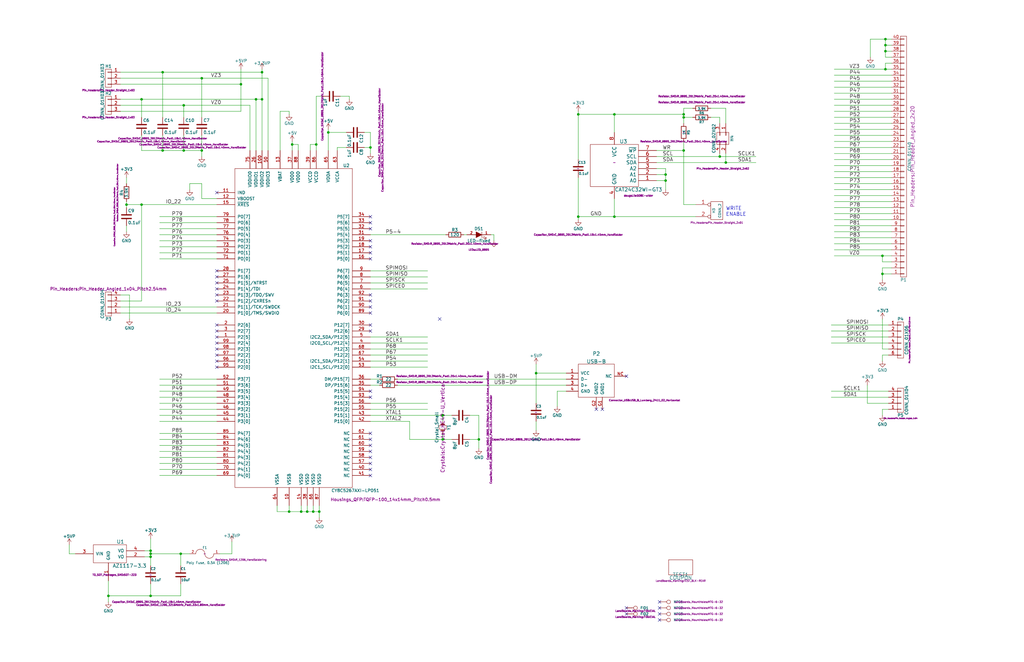
<source format=kicad_sch>
(kicad_sch (version 20211123) (generator eeschema)
  (paper "B")
  (title_block (title "ODAS-PSOC5 Card") (date "2022-09-04") (rev "5"))
  (junction (at 372.11 115.57))
  (junction (at 77.47 44.45))
  (junction (at 226.06 157.48))
  (junction (at 243.84 91.44))
  (junction (at 121.92 215.9))
  (junction (at 68.58 63.5))
  (junction (at 85.09 63.5))
  (junction (at 373.38 16.51))
  (junction (at 110.49 30.48))
  (junction (at 132.08 215.9))
  (junction (at 101.6 35.56))
  (junction (at 134.62 215.9))
  (junction (at 63.5 232.41))
  (junction (at 59.69 41.91))
  (junction (at 77.47 63.5))
  (junction (at 133.35 60.96))
  (junction (at 243.84 48.26))
  (junction (at 138.43 55.88))
  (junction (at 63.5 233.68))
  (junction (at 53.34 86.36))
  (junction (at 288.29 49.53))
  (junction (at 186.69 175.26))
  (junction (at 303.53 66.04))
  (junction (at 85.09 33.02))
  (junction (at 259.08 48.26))
  (junction (at 45.72 251.46))
  (junction (at 373.38 29.21))
  (junction (at 201.93 185.42))
  (junction (at 107.95 41.91))
  (junction (at 110.49 41.91))
  (junction (at 156.21 62.23))
  (junction (at 372.11 107.95))
  (junction (at 259.08 91.44))
  (junction (at 127 215.9))
  (junction (at 288.29 63.5))
  (junction (at 68.58 30.48))
  (junction (at 373.38 21.59))
  (junction (at 306.07 68.58))
  (junction (at 76.2 233.68))
  (junction (at 63.5 234.95))
  (junction (at 186.69 185.42))
  (junction (at 373.38 19.05))
  (junction (at 280.67 76.2))
  (junction (at 63.5 251.46))
  (junction (at 59.69 86.36))
  (junction (at 129.54 215.9))
  (junction (at 288.29 48.26))
  (junction (at 123.19 60.96))
  (junction (at 280.67 73.66))
  (no_connect (at 156.21 96.52))
  (no_connect (at 278.13 259.08))
  (no_connect (at 91.44 139.7))
  (no_connect (at 91.44 142.24))
  (no_connect (at 156.21 195.58))
  (no_connect (at 91.44 147.32))
  (no_connect (at 156.21 127))
  (no_connect (at 278.13 256.54))
  (no_connect (at 156.21 165.1))
  (no_connect (at 264.16 256.54))
  (no_connect (at 156.21 104.14))
  (no_connect (at 91.44 114.3))
  (no_connect (at 156.21 132.08))
  (no_connect (at 156.21 200.66))
  (no_connect (at 156.21 93.98))
  (no_connect (at 156.21 182.88))
  (no_connect (at 91.44 152.4))
  (no_connect (at 156.21 167.64))
  (no_connect (at 156.21 187.96))
  (no_connect (at 91.44 116.84))
  (no_connect (at 156.21 137.16))
  (no_connect (at 156.21 124.46))
  (no_connect (at 156.21 198.12))
  (no_connect (at 156.21 139.7))
  (no_connect (at 91.44 154.94))
  (no_connect (at 91.44 127))
  (no_connect (at 278.13 261.62))
  (no_connect (at 156.21 101.6))
  (no_connect (at 91.44 149.86))
  (no_connect (at 91.44 124.46))
  (no_connect (at 264.16 259.08))
  (no_connect (at 278.13 254))
  (no_connect (at 156.21 190.5))
  (no_connect (at 91.44 121.92))
  (no_connect (at 156.21 106.68))
  (no_connect (at 156.21 185.42))
  (no_connect (at 156.21 91.44))
  (no_connect (at 91.44 81.28))
  (no_connect (at 91.44 137.16))
  (no_connect (at 185.42 134.62))
  (no_connect (at 264.16 158.75))
  (no_connect (at 251.46 172.72))
  (no_connect (at 254 172.72))
  (no_connect (at 156.21 109.22))
  (no_connect (at 91.44 119.38))
  (no_connect (at 156.21 129.54))
  (no_connect (at 91.44 144.78))
  (no_connect (at 156.21 193.04))
  (wire (pts (xy 67.31 175.26) (xy 91.44 175.26)))
  (wire (pts (xy 110.49 29.21) (xy 110.49 30.48)))
  (wire (pts (xy 372.11 147.32) (xy 372.11 134.62)))
  (wire (pts (xy 121.92 213.36) (xy 121.92 215.9)))
  (wire (pts (xy 67.31 167.64) (xy 91.44 167.64)))
  (wire (pts (xy 292.1 49.53) (xy 288.29 49.53)))
  (wire (pts (xy 118.11 63.5) (xy 118.11 46.99)))
  (wire (pts (xy 110.49 41.91) (xy 110.49 63.5)))
  (wire (pts (xy 180.34 116.84) (xy 156.21 116.84)))
  (wire (pts (xy 76.2 233.68) (xy 80.01 233.68)))
  (wire (pts (xy 373.38 29.21) (xy 375.92 29.21)))
  (wire (pts (xy 372.11 107.95) (xy 375.92 107.95)))
  (wire (pts (xy 67.31 187.96) (xy 91.44 187.96)))
  (wire (pts (xy 351.79 57.15) (xy 375.92 57.15)))
  (wire (pts (xy 288.29 59.69) (xy 288.29 63.5)))
  (wire (pts (xy 67.31 193.04) (xy 91.44 193.04)))
  (wire (pts (xy 351.79 49.53) (xy 375.92 49.53)))
  (wire (pts (xy 63.5 246.38) (xy 63.5 251.46)))
  (wire (pts (xy 351.79 29.21) (xy 373.38 29.21)))
  (wire (pts (xy 259.08 48.26) (xy 288.29 48.26)))
  (wire (pts (xy 138.43 55.88) (xy 138.43 63.5)))
  (wire (pts (xy 85.09 33.02) (xy 113.03 33.02)))
  (wire (pts (xy 147.32 40.64) (xy 147.32 41.91)))
  (wire (pts (xy 53.34 86.36) (xy 59.69 86.36)))
  (wire (pts (xy 351.79 74.93) (xy 375.92 74.93)))
  (wire (pts (xy 374.65 139.7) (xy 350.52 139.7)))
  (wire (pts (xy 77.47 63.5) (xy 85.09 63.5)))
  (wire (pts (xy 59.69 41.91) (xy 50.8 41.91)))
  (wire (pts (xy 67.31 172.72) (xy 91.44 172.72)))
  (wire (pts (xy 303.53 49.53) (xy 303.53 52.07)))
  (wire (pts (xy 226.06 153.67) (xy 226.06 157.48)))
  (wire (pts (xy 288.29 86.36) (xy 293.37 86.36)))
  (wire (pts (xy 156.21 55.88) (xy 156.21 62.23)))
  (wire (pts (xy 259.08 91.44) (xy 293.37 91.44)))
  (wire (pts (xy 59.69 63.5) (xy 68.58 63.5)))
  (wire (pts (xy 63.5 234.95) (xy 63.5 238.76)))
  (wire (pts (xy 60.96 234.95) (xy 63.5 234.95)))
  (wire (pts (xy 351.79 54.61) (xy 375.92 54.61)))
  (wire (pts (xy 59.69 49.53) (xy 59.69 41.91)))
  (wire (pts (xy 67.31 162.56) (xy 91.44 162.56)))
  (wire (pts (xy 54.61 124.46) (xy 54.61 134.62)))
  (wire (pts (xy 367.03 16.51) (xy 367.03 24.13)))
  (wire (pts (xy 67.31 198.12) (xy 91.44 198.12)))
  (wire (pts (xy 125.73 60.96) (xy 123.19 60.96)))
  (wire (pts (xy 142.24 62.23) (xy 146.05 62.23)))
  (wire (pts (xy 306.07 64.77) (xy 306.07 68.58)))
  (wire (pts (xy 226.06 170.18) (xy 226.06 157.48)))
  (wire (pts (xy 186.69 175.26) (xy 186.69 177.8)))
  (wire (pts (xy 198.12 175.26) (xy 201.93 175.26)))
  (wire (pts (xy 373.38 24.13) (xy 373.38 21.59)))
  (wire (pts (xy 351.79 36.83) (xy 375.92 36.83)))
  (wire (pts (xy 180.34 119.38) (xy 156.21 119.38)))
  (wire (pts (xy 372.11 115.57) (xy 372.11 118.11)))
  (wire (pts (xy 63.5 233.68) (xy 76.2 233.68)))
  (wire (pts (xy 351.79 44.45) (xy 375.92 44.45)))
  (wire (pts (xy 303.53 64.77) (xy 303.53 66.04)))
  (wire (pts (xy 123.19 59.69) (xy 123.19 60.96)))
  (wire (pts (xy 276.86 66.04) (xy 303.53 66.04)))
  (wire (pts (xy 76.2 251.46) (xy 76.2 246.38)))
  (wire (pts (xy 85.09 57.15) (xy 85.09 63.5)))
  (wire (pts (xy 67.31 165.1) (xy 91.44 165.1)))
  (wire (pts (xy 372.11 149.86) (xy 372.11 152.4)))
  (wire (pts (xy 373.38 16.51) (xy 375.92 16.51)))
  (wire (pts (xy 76.2 233.68) (xy 76.2 238.76)))
  (wire (pts (xy 29.21 233.68) (xy 31.75 233.68)))
  (wire (pts (xy 59.69 57.15) (xy 59.69 63.5)))
  (wire (pts (xy 85.09 77.47) (xy 80.01 77.47)))
  (wire (pts (xy 59.69 86.36) (xy 91.44 86.36)))
  (wire (pts (xy 91.44 132.08) (xy 50.8 132.08)))
  (wire (pts (xy 129.54 215.9) (xy 132.08 215.9)))
  (wire (pts (xy 67.31 96.52) (xy 91.44 96.52)))
  (wire (pts (xy 167.64 160.02) (xy 238.76 160.02)))
  (wire (pts (xy 351.79 80.01) (xy 375.92 80.01)))
  (wire (pts (xy 67.31 182.88) (xy 91.44 182.88)))
  (wire (pts (xy 351.79 69.85) (xy 375.92 69.85)))
  (wire (pts (xy 156.21 62.23) (xy 156.21 64.77)))
  (wire (pts (xy 116.84 215.9) (xy 121.92 215.9)))
  (wire (pts (xy 156.21 99.06) (xy 187.96 99.06)))
  (wire (pts (xy 68.58 30.48) (xy 110.49 30.48)))
  (wire (pts (xy 130.81 63.5) (xy 130.81 60.96)))
  (wire (pts (xy 351.79 97.79) (xy 375.92 97.79)))
  (wire (pts (xy 132.08 213.36) (xy 132.08 215.9)))
  (wire (pts (xy 243.84 91.44) (xy 259.08 91.44)))
  (wire (pts (xy 156.21 172.72) (xy 180.34 172.72)))
  (wire (pts (xy 172.72 185.42) (xy 172.72 177.8)))
  (wire (pts (xy 172.72 177.8) (xy 156.21 177.8)))
  (wire (pts (xy 63.5 232.41) (xy 63.5 233.68)))
  (wire (pts (xy 130.81 60.96) (xy 133.35 60.96)))
  (wire (pts (xy 45.72 251.46) (xy 63.5 251.46)))
  (wire (pts (xy 167.64 162.56) (xy 238.76 162.56)))
  (wire (pts (xy 67.31 195.58) (xy 91.44 195.58)))
  (wire (pts (xy 351.79 82.55) (xy 375.92 82.55)))
  (wire (pts (xy 288.29 48.26) (xy 288.29 49.53)))
  (wire (pts (xy 351.79 72.39) (xy 375.92 72.39)))
  (wire (pts (xy 156.21 142.24) (xy 180.34 142.24)))
  (wire (pts (xy 351.79 52.07) (xy 375.92 52.07)))
  (wire (pts (xy 351.79 34.29) (xy 375.92 34.29)))
  (wire (pts (xy 113.03 33.02) (xy 113.03 63.5)))
  (wire (pts (xy 351.79 87.63) (xy 375.92 87.63)))
  (wire (pts (xy 67.31 104.14) (xy 91.44 104.14)))
  (wire (pts (xy 201.93 175.26) (xy 201.93 185.42)))
  (wire (pts (xy 288.29 63.5) (xy 288.29 86.36)))
  (wire (pts (xy 372.11 115.57) (xy 375.92 115.57)))
  (wire (pts (xy 110.49 41.91) (xy 107.95 41.91)))
  (wire (pts (xy 50.8 129.54) (xy 91.44 129.54)))
  (wire (pts (xy 133.35 60.96) (xy 133.35 63.5)))
  (wire (pts (xy 132.08 215.9) (xy 134.62 215.9)))
  (wire (pts (xy 63.5 233.68) (xy 63.5 234.95)))
  (wire (pts (xy 45.72 251.46) (xy 45.72 245.11)))
  (wire (pts (xy 374.65 172.72) (xy 372.11 172.72)))
  (wire (pts (xy 68.58 49.53) (xy 68.58 30.48)))
  (wire (pts (xy 156.21 170.18) (xy 180.34 170.18)))
  (wire (pts (xy 138.43 54.61) (xy 138.43 55.88)))
  (wire (pts (xy 101.6 46.99) (xy 50.8 46.99)))
  (wire (pts (xy 351.79 100.33) (xy 375.92 100.33)))
  (wire (pts (xy 375.92 113.03) (xy 372.11 113.03)))
  (wire (pts (xy 351.79 105.41) (xy 375.92 105.41)))
  (wire (pts (xy 351.79 95.25) (xy 375.92 95.25)))
  (wire (pts (xy 67.31 190.5) (xy 91.44 190.5)))
  (wire (pts (xy 142.24 63.5) (xy 142.24 62.23)))
  (wire (pts (xy 350.52 167.64) (xy 374.65 167.64)))
  (wire (pts (xy 243.84 91.44) (xy 243.84 92.71)))
  (wire (pts (xy 156.21 160.02) (xy 160.02 160.02)))
  (wire (pts (xy 121.92 46.99) (xy 121.92 48.26)))
  (wire (pts (xy 67.31 101.6) (xy 91.44 101.6)))
  (wire (pts (xy 80.01 77.47) (xy 80.01 80.01)))
  (wire (pts (xy 226.06 177.8) (xy 226.06 181.61)))
  (wire (pts (xy 351.79 85.09) (xy 375.92 85.09)))
  (wire (pts (xy 276.86 76.2) (xy 280.67 76.2)))
  (wire (pts (xy 186.69 185.42) (xy 190.5 185.42)))
  (wire (pts (xy 238.76 165.1) (xy 234.95 165.1)))
  (wire (pts (xy 107.95 41.91) (xy 59.69 41.91)))
  (wire (pts (xy 156.21 175.26) (xy 186.69 175.26)))
  (wire (pts (xy 234.95 165.1) (xy 234.95 171.45)))
  (wire (pts (xy 350.52 144.78) (xy 374.65 144.78)))
  (wire (pts (xy 133.35 40.64) (xy 133.35 60.96)))
  (wire (pts (xy 351.79 62.23) (xy 375.92 62.23)))
  (wire (pts (xy 29.21 229.87) (xy 29.21 233.68)))
  (wire (pts (xy 85.09 83.82) (xy 91.44 83.82)))
  (wire (pts (xy 77.47 44.45) (xy 105.41 44.45)))
  (wire (pts (xy 67.31 93.98) (xy 91.44 93.98)))
  (wire (pts (xy 123.19 60.96) (xy 123.19 63.5)))
  (wire (pts (xy 50.8 44.45) (xy 77.47 44.45)))
  (wire (pts (xy 280.67 73.66) (xy 280.67 76.2)))
  (wire (pts (xy 375.92 19.05) (xy 373.38 19.05)))
  (wire (pts (xy 259.08 48.26) (xy 259.08 55.88)))
  (wire (pts (xy 351.79 67.31) (xy 375.92 67.31)))
  (wire (pts (xy 67.31 170.18) (xy 91.44 170.18)))
  (wire (pts (xy 153.67 55.88) (xy 156.21 55.88)))
  (wire (pts (xy 374.65 149.86) (xy 372.11 149.86)))
  (wire (pts (xy 125.73 63.5) (xy 125.73 60.96)))
  (wire (pts (xy 172.72 185.42) (xy 186.69 185.42)))
  (wire (pts (xy 374.65 142.24) (xy 350.52 142.24)))
  (wire (pts (xy 365.76 170.18) (xy 365.76 162.56)))
  (wire (pts (xy 243.84 48.26) (xy 259.08 48.26)))
  (wire (pts (xy 373.38 16.51) (xy 373.38 19.05)))
  (wire (pts (xy 50.8 33.02) (xy 85.09 33.02)))
  (wire (pts (xy 63.5 251.46) (xy 76.2 251.46)))
  (wire (pts (xy 299.72 45.72) (xy 306.07 45.72)))
  (wire (pts (xy 351.79 64.77) (xy 375.92 64.77)))
  (wire (pts (xy 156.21 149.86) (xy 180.34 149.86)))
  (wire (pts (xy 53.34 77.47) (xy 53.34 74.93)))
  (wire (pts (xy 207.01 99.06) (xy 208.28 99.06)))
  (wire (pts (xy 186.69 175.26) (xy 190.5 175.26)))
  (wire (pts (xy 156.21 162.56) (xy 160.02 162.56)))
  (wire (pts (xy 143.51 40.64) (xy 147.32 40.64)))
  (wire (pts (xy 118.11 46.99) (xy 121.92 46.99)))
  (wire (pts (xy 77.47 63.5) (xy 77.47 57.15)))
  (wire (pts (xy 351.79 41.91) (xy 375.92 41.91)))
  (wire (pts (xy 53.34 95.25) (xy 53.34 97.79)))
  (wire (pts (xy 276.86 63.5) (xy 288.29 63.5)))
  (wire (pts (xy 85.09 49.53) (xy 85.09 33.02)))
  (wire (pts (xy 351.79 77.47) (xy 375.92 77.47)))
  (wire (pts (xy 375.92 110.49) (xy 372.11 110.49)))
  (wire (pts (xy 134.62 215.9) (xy 134.62 218.44)))
  (wire (pts (xy 201.93 185.42) (xy 201.93 189.23)))
  (wire (pts (xy 67.31 177.8) (xy 91.44 177.8)))
  (wire (pts (xy 243.84 48.26) (xy 243.84 67.31)))
  (wire (pts (xy 350.52 165.1) (xy 374.65 165.1)))
  (wire (pts (xy 306.07 68.58) (xy 318.77 68.58)))
  (wire (pts (xy 146.05 55.88) (xy 138.43 55.88)))
  (wire (pts (xy 351.79 90.17) (xy 375.92 90.17)))
  (wire (pts (xy 226.06 157.48) (xy 238.76 157.48)))
  (wire (pts (xy 372.11 172.72) (xy 372.11 175.26)))
  (wire (pts (xy 351.79 92.71) (xy 375.92 92.71)))
  (wire (pts (xy 306.07 45.72) (xy 306.07 52.07)))
  (wire (pts (xy 367.03 16.51) (xy 373.38 16.51)))
  (wire (pts (xy 351.79 39.37) (xy 375.92 39.37)))
  (wire (pts (xy 153.67 62.23) (xy 156.21 62.23)))
  (wire (pts (xy 133.35 40.64) (xy 135.89 40.64)))
  (wire (pts (xy 127 215.9) (xy 127 213.36)))
  (wire (pts (xy 186.69 182.88) (xy 186.69 185.42)))
  (wire (pts (xy 374.65 147.32) (xy 372.11 147.32)))
  (wire (pts (xy 299.72 49.53) (xy 303.53 49.53)))
  (wire (pts (xy 280.67 76.2) (xy 280.67 80.01)))
  (wire (pts (xy 156.21 144.78) (xy 180.34 144.78)))
  (wire (pts (xy 68.58 63.5) (xy 77.47 63.5)))
  (wire (pts (xy 129.54 213.36) (xy 129.54 215.9)))
  (wire (pts (xy 85.09 63.5) (xy 85.09 66.04)))
  (wire (pts (xy 375.92 24.13) (xy 373.38 24.13)))
  (wire (pts (xy 67.31 99.06) (xy 91.44 99.06)))
  (wire (pts (xy 67.31 200.66) (xy 91.44 200.66)))
  (wire (pts (xy 67.31 91.44) (xy 91.44 91.44)))
  (wire (pts (xy 156.21 114.3) (xy 180.34 114.3)))
  (wire (pts (xy 373.38 21.59) (xy 375.92 21.59)))
  (wire (pts (xy 110.49 30.48) (xy 110.49 41.91)))
  (wire (pts (xy 156.21 121.92) (xy 180.34 121.92)))
  (wire (pts (xy 280.67 71.12) (xy 280.67 73.66)))
  (wire (pts (xy 276.86 68.58) (xy 306.07 68.58)))
  (wire (pts (xy 156.21 154.94) (xy 180.34 154.94)))
  (wire (pts (xy 50.8 35.56) (xy 101.6 35.56)))
  (wire (pts (xy 351.79 59.69) (xy 375.92 59.69)))
  (wire (pts (xy 67.31 109.22) (xy 91.44 109.22)))
  (wire (pts (xy 53.34 85.09) (xy 53.34 86.36)))
  (wire (pts (xy 50.8 30.48) (xy 68.58 30.48)))
  (wire (pts (xy 243.84 46.99) (xy 243.84 48.26)))
  (wire (pts (xy 53.34 86.36) (xy 53.34 87.63)))
  (wire (pts (xy 276.86 73.66) (xy 280.67 73.66)))
  (wire (pts (xy 85.09 83.82) (xy 85.09 77.47)))
  (wire (pts (xy 116.84 215.9) (xy 116.84 213.36)))
  (wire (pts (xy 67.31 160.02) (xy 91.44 160.02)))
  (wire (pts (xy 208.28 99.06) (xy 208.28 101.6)))
  (wire (pts (xy 45.72 251.46) (xy 45.72 254)))
  (wire (pts (xy 156.21 152.4) (xy 180.34 152.4)))
  (wire (pts (xy 350.52 137.16) (xy 374.65 137.16)))
  (wire (pts (xy 351.79 31.75) (xy 375.92 31.75)))
  (wire (pts (xy 374.65 170.18) (xy 365.76 170.18)))
  (wire (pts (xy 372.11 110.49) (xy 372.11 107.95)))
  (wire (pts (xy 259.08 83.82) (xy 259.08 91.44)))
  (wire (pts (xy 127 215.9) (xy 129.54 215.9)))
  (wire (pts (xy 68.58 57.15) (xy 68.58 63.5)))
  (wire (pts (xy 60.96 232.41) (xy 63.5 232.41)))
  (wire (pts (xy 67.31 185.42) (xy 91.44 185.42)))
  (wire (pts (xy 59.69 127) (xy 50.8 127)))
  (wire (pts (xy 134.62 213.36) (xy 134.62 215.9)))
  (wire (pts (xy 63.5 227.33) (xy 63.5 232.41)))
  (wire (pts (xy 373.38 26.67) (xy 373.38 29.21)))
  (wire (pts (xy 372.11 113.03) (xy 372.11 115.57)))
  (wire (pts (xy 351.79 107.95) (xy 372.11 107.95)))
  (wire (pts (xy 288.29 45.72) (xy 288.29 48.26)))
  (wire (pts (xy 243.84 74.93) (xy 243.84 91.44)))
  (wire (pts (xy 97.79 228.6) (xy 97.79 233.68)))
  (wire (pts (xy 50.8 124.46) (xy 54.61 124.46)))
  (wire (pts (xy 101.6 29.21) (xy 101.6 35.56)))
  (wire (pts (xy 373.38 19.05) (xy 373.38 21.59)))
  (wire (pts (xy 107.95 41.91) (xy 107.95 63.5)))
  (wire (pts (xy 156.21 147.32) (xy 180.34 147.32)))
  (wire (pts (xy 195.58 99.06) (xy 196.85 99.06)))
  (wire (pts (xy 105.41 44.45) (xy 105.41 63.5)))
  (wire (pts (xy 121.92 215.9) (xy 127 215.9)))
  (wire (pts (xy 77.47 49.53) (xy 77.47 44.45)))
  (wire (pts (xy 351.79 46.99) (xy 375.92 46.99)))
  (wire (pts (xy 375.92 26.67) (xy 373.38 26.67)))
  (wire (pts (xy 351.79 102.87) (xy 375.92 102.87)))
  (wire (pts (xy 198.12 185.42) (xy 201.93 185.42)))
  (wire (pts (xy 292.1 45.72) (xy 288.29 45.72)))
  (wire (pts (xy 288.29 49.53) (xy 288.29 52.07)))
  (wire (pts (xy 276.86 71.12) (xy 280.67 71.12)))
  (wire (pts (xy 59.69 86.36) (xy 59.69 127)))
  (wire (pts (xy 303.53 66.04) (xy 318.77 66.04)))
  (wire (pts (xy 101.6 35.56) (xy 101.6 46.99)))
  (wire (pts (xy 67.31 106.68) (xy 91.44 106.68)))
  (wire (pts (xy 92.71 233.68) (xy 97.79 233.68)))
  (text "WRITE\nENABLE" (at 306.07 91.44 0) (effects (font (size 1.524 1.524)) (justify left bottom)))
  (label "P80" (at 72.39 195.58 0) (effects (font (size 1.524 1.524))))
  (label "P67" (at 162.56 149.86 0) (effects (font (size 1.524 1.524))))
  (label "SPISCK" (at 356.87 142.24 0) (effects (font (size 1.524 1.524))))
  (label "P45" (at 72.39 175.26 0) (effects (font (size 1.524 1.524))))
  (label "P76" (at 72.39 99.06 0) (effects (font (size 1.524 1.524))))
  (label "P44" (at 358.14 31.75 0) (effects (font (size 1.524 1.524))))
  (label "P56" (at 358.14 59.69 0) (effects (font (size 1.524 1.524))))
  (label "P49" (at 358.14 44.45 0) (effects (font (size 1.524 1.524))))
  (label "P49" (at 72.39 165.1 0) (effects (font (size 1.524 1.524))))
  (label "P79" (at 72.39 91.44 0) (effects (font (size 1.524 1.524))))
  (label "P51" (at 72.39 162.56 0) (effects (font (size 1.524 1.524))))
  (label "P78" (at 72.39 93.98 0) (effects (font (size 1.524 1.524))))
  (label "SPICE0" (at 162.56 121.92 0) (effects (font (size 1.524 1.524))))
  (label "P71" (at 72.39 109.22 0) (effects (font (size 1.524 1.524))))
  (label "SDA" (at 279.4 68.58 0) (effects (font (size 1.524 1.524))))
  (label "WR" (at 279.4 63.5 0) (effects (font (size 1.524 1.524))))
  (label "P67" (at 358.14 62.23 0) (effects (font (size 1.524 1.524))))
  (label "P54" (at 162.56 152.4 0) (effects (font (size 1.524 1.524))))
  (label "P53" (at 358.14 52.07 0) (effects (font (size 1.524 1.524))))
  (label "P82" (at 72.39 190.5 0) (effects (font (size 1.524 1.524))))
  (label "VZ3" (at 358.14 29.21 0) (effects (font (size 1.524 1.524))))
  (label "P78" (at 358.14 87.63 0) (effects (font (size 1.524 1.524))))
  (label "XTAL2" (at 162.56 177.8 0) (effects (font (size 1.524 1.524))))
  (label "P48" (at 72.39 167.64 0) (effects (font (size 1.524 1.524))))
  (label "P52" (at 72.39 160.02 0) (effects (font (size 1.524 1.524))))
  (label "P70" (at 358.14 69.85 0) (effects (font (size 1.524 1.524))))
  (label "SPIMISO" (at 356.87 139.7 0) (effects (font (size 1.524 1.524))))
  (label "USB-DP" (at 208.28 162.56 0) (effects (font (size 1.524 1.524))))
  (label "P81" (at 358.14 95.25 0) (effects (font (size 1.524 1.524))))
  (label "USB-DM" (at 208.28 160.02 0) (effects (font (size 1.524 1.524))))
  (label "P83" (at 358.14 100.33 0) (effects (font (size 1.524 1.524))))
  (label "SPISCK" (at 162.56 119.38 0) (effects (font (size 1.524 1.524))))
  (label "P73" (at 358.14 77.47 0) (effects (font (size 1.524 1.524))))
  (label "IO_24" (at 69.85 132.08 0) (effects (font (size 1.524 1.524))))
  (label "P74" (at 358.14 80.01 0) (effects (font (size 1.524 1.524))))
  (label "P73" (at 72.39 104.14 0) (effects (font (size 1.524 1.524))))
  (label "P81" (at 72.39 193.04 0) (effects (font (size 1.524 1.524))))
  (label "P77" (at 72.39 96.52 0) (effects (font (size 1.524 1.524))))
  (label "VZ0" (at 88.9 44.45 0) (effects (font (size 1.524 1.524))))
  (label "SCLK1" (at 311.15 66.04 0) (effects (font (size 1.524 1.524))))
  (label "P85" (at 358.14 105.41 0) (effects (font (size 1.524 1.524))))
  (label "P46" (at 358.14 36.83 0) (effects (font (size 1.524 1.524))))
  (label "P54" (at 358.14 54.61 0) (effects (font (size 1.524 1.524))))
  (label "SPIMOSI" (at 356.87 137.16 0) (effects (font (size 1.524 1.524))))
  (label "SCL" (at 279.4 66.04 0) (effects (font (size 1.524 1.524))))
  (label "P84" (at 72.39 185.42 0) (effects (font (size 1.524 1.524))))
  (label "P69" (at 358.14 67.31 0) (effects (font (size 1.524 1.524))))
  (label "P77" (at 358.14 85.09 0) (effects (font (size 1.524 1.524))))
  (label "IO_22" (at 69.85 86.36 0) (effects (font (size 1.524 1.524))))
  (label "P5-4" (at 162.56 99.06 0) (effects (font (size 1.524 1.524))))
  (label "P71" (at 358.14 72.39 0) (effects (font (size 1.524 1.524))))
  (label "P55" (at 162.56 172.72 0) (effects (font (size 1.524 1.524))))
  (label "P70" (at 72.39 198.12 0) (effects (font (size 1.524 1.524))))
  (label "VZ0" (at 358.14 107.95 0) (effects (font (size 1.524 1.524))))
  (label "VZ3" (at 88.9 33.02 0) (effects (font (size 1.524 1.524))))
  (label "P51" (at 358.14 46.99 0) (effects (font (size 1.524 1.524))))
  (label "SPIMOSI" (at 162.56 114.3 0) (effects (font (size 1.524 1.524))))
  (label "P44" (at 72.39 177.8 0) (effects (font (size 1.524 1.524))))
  (label "P47" (at 72.39 170.18 0) (effects (font (size 1.524 1.524))))
  (label "P53" (at 162.56 154.94 0) (effects (font (size 1.524 1.524))))
  (label "SDA1" (at 355.6 167.64 0) (effects (font (size 1.524 1.524))))
  (label "P46" (at 72.39 172.72 0) (effects (font (size 1.524 1.524))))
  (label "P83" (at 72.39 187.96 0) (effects (font (size 1.524 1.524))))
  (label "P68" (at 358.14 64.77 0) (effects (font (size 1.524 1.524))))
  (label "SDA1" (at 162.56 142.24 0) (effects (font (size 1.524 1.524))))
  (label "P69" (at 72.39 200.66 0) (effects (font (size 1.524 1.524))))
  (label "P52" (at 358.14 49.53 0) (effects (font (size 1.524 1.524))))
  (label "GND" (at 248.92 91.44 0) (effects (font (size 1.524 1.524))))
  (label "P84" (at 358.14 102.87 0) (effects (font (size 1.524 1.524))))
  (label "P48" (at 358.14 41.91 0) (effects (font (size 1.524 1.524))))
  (label "IO_23" (at 69.85 129.54 0) (effects (font (size 1.524 1.524))))
  (label "P76" (at 358.14 82.55 0) (effects (font (size 1.524 1.524))))
  (label "P68" (at 162.56 147.32 0) (effects (font (size 1.524 1.524))))
  (label "SCLK1" (at 355.6 165.1 0) (effects (font (size 1.524 1.524))))
  (label "SDA1" (at 311.15 68.58 0) (effects (font (size 1.524 1.524))))
  (label "P45" (at 358.14 34.29 0) (effects (font (size 1.524 1.524))))
  (label "P85" (at 72.39 182.88 0) (effects (font (size 1.524 1.524))))
  (label "P55" (at 358.14 57.15 0) (effects (font (size 1.524 1.524))))
  (label "XTAL1" (at 162.56 175.26 0) (effects (font (size 1.524 1.524))))
  (label "SPIMISO" (at 162.56 116.84 0) (effects (font (size 1.524 1.524))))
  (label "P82" (at 358.14 97.79 0) (effects (font (size 1.524 1.524))))
  (label "SPICE0" (at 356.87 144.78 0) (effects (font (size 1.524 1.524))))
  (label "P47" (at 358.14 39.37 0) (effects (font (size 1.524 1.524))))
  (label "P72" (at 358.14 74.93 0) (effects (font (size 1.524 1.524))))
  (label "P74" (at 72.39 101.6 0) (effects (font (size 1.524 1.524))))
  (label "SCLK1" (at 162.56 144.78 0) (effects (font (size 1.524 1.524))))
  (label "P72" (at 72.39 106.68 0) (effects (font (size 1.524 1.524))))
  (label "P56" (at 162.56 170.18 0) (effects (font (size 1.524 1.524))))
  (label "P80" (at 358.14 92.71 0) (effects (font (size 1.524 1.524))))
  (label "P79" (at 358.14 90.17 0) (effects (font (size 1.524 1.524))))
  (symbol (lib_id "ODAS-PSOC5-rescue:COUPON") (at 287.02 242.57 0) (unit 1)
    (property "Reference" "TEST1" (at 287.02 242.57 0) (effects (font (size 1.524 1.524))))
    (property "Value" "COUPON" (at 287.02 243.84 0) (effects (font (size 1.524 1.524))))
    (property "Footprint" "LandBoards_Marking:TEST_BLK-REAR" (at 287.02 245.11 0) (effects (font (size 0.762 0.762))))
    (property "Datasheet" "~" (at 287.02 242.57 0) (effects (font (size 1.524 1.524))))
  )
  (symbol (lib_id "ODAS-PSOC5-rescue:CONN_1") (at 281.94 261.62 0) (unit 1)
    (property "Reference" "MTG4" (at 283.972 261.62 0) (effects (font (size 1.016 1.016)) (justify left)))
    (property "Value" "CONN_1" (effects hide))
    (property "Footprint" "LandBoards_MountHoles:MTG-6-32" (at 294.64 261.62 0) (effects (font (size 0.762 0.762))))
  )
  (symbol (lib_id "ODAS-PSOC5-rescue:CONN_1") (at 281.94 259.08 0) (unit 1)
    (property "Reference" "MTG3" (at 283.972 259.08 0) (effects (font (size 1.016 1.016)) (justify left)))
    (property "Value" "CONN_1" (effects hide))
    (property "Footprint" "LandBoards_MountHoles:MTG-6-32" (at 294.64 259.08 0) (effects (font (size 0.762 0.762))))
  )
  (symbol (lib_id "ODAS-PSOC5-rescue:CONN_1") (at 281.94 256.54 0) (unit 1)
    (property "Reference" "MTG2" (at 283.972 256.54 0) (effects (font (size 1.016 1.016)) (justify left)))
    (property "Value" "CONN_1" (effects hide))
    (property "Footprint" "LandBoards_MountHoles:MTG-6-32" (at 294.64 256.54 0) (effects (font (size 0.762 0.762))))
  )
  (symbol (lib_id "ODAS-PSOC5-rescue:CONN_1") (at 281.94 254 0) (unit 1)
    (property "Reference" "MTG1" (at 283.972 254 0) (effects (font (size 1.016 1.016)) (justify left)))
    (property "Value" "CONN_1" (effects hide))
    (property "Footprint" "LandBoards_MountHoles:MTG-6-32" (at 294.64 254 0) (effects (font (size 0.762 0.762))))
  )
  (symbol (lib_id "ODAS-PSOC5-rescue:R-RESCUE-ODAS-PSOC5") (at 288.29 55.88 0) (unit 1)
    (property "Reference" "R5" (at 290.322 55.88 90) (effects (font (size 1.016 1.016))))
    (property "Value" "1K" (at 288.4678 55.8546 90) (effects (font (size 1.016 1.016))))
    (property "Footprint" "Resistor_SMD:R_0805_2012Metric_Pad1.20x1.40mm_HandSolder" (at 288.29 59.69 0) (effects (font (size 0.762 0.762))))
    (property "Datasheet" "~" (at 288.29 55.88 0) (effects (font (size 0.762 0.762))))
  )
  (symbol (lib_id "ODAS-PSOC5-rescue:24C512") (at 259.08 68.58 0) (unit 1)
    (property "Reference" "U3" (at 262.89 59.69 0) (effects (font (size 1.524 1.524))))
    (property "Value" "CAT24C32WI-GT3" (at 269.24 80.01 0) (effects (font (size 1.524 1.524))))
    (property "Footprint" "dougsLib:SO8E-wider" (at 269.24 82.55 0) (effects (font (size 0.762 0.762))))
    (property "Datasheet" "~" (at 259.08 68.58 0) (effects (font (size 1.524 1.524))))
  )
  (symbol (lib_id "ODAS-PSOC5-rescue:FUSE") (at 86.36 233.68 180) (unit 1)
    (property "Reference" "F1" (at 86.36 231.14 0) (effects (font (size 1.016 1.016))))
    (property "Value" "Poly Fuse, 0.5A (1206)" (at 87.63 237.49 0) (effects (font (size 1.016 1.016))))
    (property "Footprint" "Resistors_SMD:R_1206_HandSoldering" (at 101.6 236.22 0) (effects (font (size 0.762 0.762))))
    (property "Datasheet" "~" (at 86.36 233.68 0) (effects (font (size 1.524 1.524))))
  )
  (symbol (lib_id "ODAS-PSOC5-rescue:C-RESCUE-ODAS-PSOC5") (at 243.84 71.12 0) (unit 1)
    (property "Reference" "C13" (at 243.84 68.58 0) (effects (font (size 1.016 1.016)) (justify left)))
    (property "Value" "0.1uF" (at 243.9924 73.279 0) (effects (font (size 1.016 1.016)) (justify left)))
    (property "Footprint" "Capacitor_SMD:C_0805_2012Metric_Pad1.18x1.45mm_HandSolder" (at 243.84 99.06 0) (effects (font (size 0.762 0.762))))
    (property "Datasheet" "~" (at 243.84 71.12 0) (effects (font (size 1.524 1.524))))
  )
  (symbol (lib_id "ODAS-PSOC5-rescue:CONN_1") (at 267.97 256.54 0) (unit 1)
    (property "Reference" "FID1" (at 270.002 256.54 0) (effects (font (size 1.016 1.016)) (justify left)))
    (property "Value" "CONN_1" (effects hide))
    (property "Footprint" "LandBoards_Marking:FIDUCIAL" (at 267.97 257.81 0) (effects (font (size 0.762 0.762))))
  )
  (symbol (lib_id "ODAS-PSOC5-rescue:CONN_1") (at 267.97 259.08 0) (unit 1)
    (property "Reference" "FID2" (at 270.002 259.08 0) (effects (font (size 1.016 1.016)) (justify left)))
    (property "Value" "CONN_1" (effects hide))
    (property "Footprint" "LandBoards_Marking:FIDUCIAL" (at 267.97 260.35 0) (effects (font (size 0.762 0.762))))
  )
  (symbol (lib_id "ODAS-PSOC5-rescue:R-RESCUE-ODAS-PSOC5") (at 295.91 45.72 270) (unit 1)
    (property "Reference" "R6" (at 295.91 47.752 90) (effects (font (size 1.016 1.016))))
    (property "Value" "3.9K" (at 295.9354 45.8978 90) (effects (font (size 1.016 1.016))))
    (property "Footprint" "Resistor_SMD:R_0805_2012Metric_Pad1.20x1.40mm_HandSolder" (at 295.91 43.18 90) (effects (font (size 0.762 0.762))))
    (property "Datasheet" "~" (at 295.91 45.72 0) (effects (font (size 0.762 0.762))))
  )
  (symbol (lib_id "ODAS-PSOC5-rescue:R-RESCUE-ODAS-PSOC5") (at 295.91 49.53 270) (unit 1)
    (property "Reference" "R7" (at 295.91 51.562 90) (effects (font (size 1.016 1.016))))
    (property "Value" "3.9K" (at 295.9354 49.7078 90) (effects (font (size 1.016 1.016))))
    (property "Footprint" "Resistor_SMD:R_0805_2012Metric_Pad1.20x1.40mm_HandSolder" (at 295.91 40.64 90) (effects (font (size 0.762 0.762))))
    (property "Datasheet" "~" (at 295.91 49.53 0) (effects (font (size 0.762 0.762))))
  )
  (symbol (lib_id "ODAS-PSOC5-rescue:GND-RESCUE-ODAS-PSOC5") (at 280.67 80.01 0) (unit 1)
    (property "Reference" "#PWR01" (effects hide))
    (property "Value" "GND" (effects hide))
  )
  (symbol (lib_id "ODAS-PSOC5-rescue:CONN_2") (at 302.26 88.9 0) (unit 1)
    (property "Reference" "H3" (at 300.99 88.9 90) (effects (font (size 1.016 1.016))))
    (property "Value" "CONN_2" (at 303.53 88.9 90) (effects (font (size 1.016 1.016))))
    (property "Footprint" "Pin_Headers:Pin_Header_Straight_2x01" (at 302.26 93.98 0) (effects (font (size 0.762 0.762))))
  )
  (symbol (lib_id "ODAS-PSOC5-rescue:CY8C5888AXI-LP096") (at 125.73 138.43 0) (unit 1)
    (property "Reference" "U2" (at 146.05 69.85 0))
    (property "Value" "CY8C5267AXI-LP051" (at 149.86 207.01 0))
    (property "Footprint" "Housings_QFP:TQFP-100_14x14mm_Pitch0.5mm" (at 162.56 210.82 0))
    (property "Datasheet" "DOCUMENTATION" (effects hide))
  )
  (symbol (lib_id "ODAS-PSOC5-rescue:GND-RESCUE-ODAS-PSOC5") (at 54.61 134.62 0) (unit 1)
    (property "Reference" "#PWR02" (effects hide))
    (property "Value" "GND" (at 54.61 138.43 0))
  )
  (symbol (lib_id "ODAS-PSOC5-rescue:GND-RESCUE-ODAS-PSOC5") (at 134.62 218.44 0) (unit 1)
    (property "Reference" "#PWR03" (effects hide))
    (property "Value" "GND" (at 134.62 222.25 0))
  )
  (symbol (lib_id "ODAS-PSOC5-rescue:+3.3V-RESCUE-ODAS-PSOC5") (at 63.5 227.33 0) (unit 1)
    (property "Reference" "#PWR04" (effects hide))
    (property "Value" "+3.3V" (at 63.5 223.774 0))
  )
  (symbol (lib_id "ODAS-PSOC5-rescue:CONN_01X03") (at 45.72 44.45 0) (mirror y) (unit 1)
    (property "Reference" "H2" (at 45.72 39.37 0))
    (property "Value" "CONN_01X03" (at 43.18 44.45 90))
    (property "Footprint" "Pin_Headers:Pin_Header_Straight_1x03" (at 45.72 49.53 0) (effects (font (size 0.762 0.762))))
  )
  (symbol (lib_id "power:+5V") (at 123.19 59.69 0) (unit 1)
    (property "Reference" "#PWR05" (effects hide))
    (property "Value" "+5V" (at 123.19 56.134 0))
  )
  (symbol (lib_id "ODAS-PSOC5-rescue:GND-RESCUE-ODAS-PSOC5") (at 147.32 41.91 0) (unit 1)
    (property "Reference" "#PWR06" (effects hide))
    (property "Value" "GND" (at 147.32 45.72 0))
  )
  (symbol (lib_id "ODAS-PSOC5-rescue:GND-RESCUE-ODAS-PSOC5") (at 80.01 80.01 0) (unit 1)
    (property "Reference" "#PWR011" (effects hide))
    (property "Value" "GND" (at 80.01 83.82 0))
  )
  (symbol (lib_id "ODAS-PSOC5-rescue:CONN_01X03") (at 45.72 33.02 0) (mirror y) (unit 1)
    (property "Reference" "H1" (at 45.72 27.94 0))
    (property "Value" "CONN_01X03" (at 43.18 33.02 90))
    (property "Footprint" "Pin_Headers:Pin_Header_Straight_1x03" (at 45.72 38.1 0) (effects (font (size 0.762 0.762))))
  )
  (symbol (lib_id "ODAS-PSOC5-rescue:C-RESCUE-ODAS-PSOC5") (at 149.86 55.88 270) (unit 1)
    (property "Reference" "C12" (at 152.4 56.515 0) (effects (justify left)))
    (property "Value" "0.1uF" (at 147.32 56.515 0) (effects (justify left)))
    (property "Footprint" "Capacitor_SMD:C_0805_2012Metric_Pad1.18x1.45mm_HandSolder" (at 160.02 55.88 0) (effects (font (size 0.762 0.762))))
  )
  (symbol (lib_id "ODAS-PSOC5-rescue:C-RESCUE-ODAS-PSOC5") (at 139.7 40.64 270) (unit 1)
    (property "Reference" "C11" (at 142.24 41.275 0) (effects (justify left)))
    (property "Value" "1uF" (at 137.16 41.275 0) (effects (justify left)))
    (property "Footprint" "Capacitor_SMD:C_0805_2012Metric_Pad1.18x1.45mm_HandSolder" (at 135.89 40.64 0) (effects (font (size 0.762 0.762))))
  )
  (symbol (lib_id "ODAS-PSOC5-rescue:C-RESCUE-ODAS-PSOC5") (at 149.86 62.23 270) (unit 1)
    (property "Reference" "C8" (at 152.4 62.865 0) (effects (justify left)))
    (property "Value" "1uF" (at 147.32 62.865 0) (effects (justify left)))
    (property "Footprint" "Capacitor_SMD:C_0805_2012Metric_Pad1.18x1.45mm_HandSolder" (at 161.29 62.23 0) (effects (font (size 0.762 0.762))))
  )
  (symbol (lib_id "ODAS-PSOC5-rescue:C-RESCUE-ODAS-PSOC5") (at 68.58 53.34 0) (unit 1)
    (property "Reference" "C14" (at 69.215 50.8 0) (effects (justify left)))
    (property "Value" "0.1uF" (at 69.215 55.88 0) (effects (justify left)))
    (property "Footprint" "Capacitor_SMD:C_0805_2012Metric_Pad1.18x1.45mm_HandSolder" (at 68.58 58.42 0) (effects (font (size 0.762 0.762))))
  )
  (symbol (lib_id "ODAS-PSOC5-rescue:C-RESCUE-ODAS-PSOC5") (at 59.69 53.34 0) (unit 1)
    (property "Reference" "C6" (at 60.325 50.8 0) (effects (justify left)))
    (property "Value" "0.1uF" (at 60.325 55.88 0) (effects (justify left)))
    (property "Footprint" "Capacitor_SMD:C_0805_2012Metric_Pad1.18x1.45mm_HandSolder" (at 59.69 59.69 0) (effects (font (size 0.762 0.762))))
  )
  (symbol (lib_id "ODAS-PSOC5-rescue:GND-RESCUE-ODAS-PSOC5") (at 156.21 64.77 0) (unit 1)
    (property "Reference" "#PWR012" (effects hide))
    (property "Value" "GND" (at 156.21 68.58 0))
  )
  (symbol (lib_id "ODAS-PSOC5-rescue:GND-RESCUE-ODAS-PSOC5") (at 85.09 66.04 0) (unit 1)
    (property "Reference" "#PWR07" (effects hide))
    (property "Value" "GND" (at 85.09 69.85 0))
  )
  (symbol (lib_id "ODAS-PSOC5-rescue:GND-RESCUE-ODAS-PSOC5") (at 121.92 48.26 0) (unit 1)
    (property "Reference" "#PWR08" (effects hide))
    (property "Value" "GND" (at 121.92 52.07 0))
  )
  (symbol (lib_id "ODAS-PSOC5-rescue:GND-RESCUE-ODAS-PSOC5") (at 243.84 92.71 0) (unit 1)
    (property "Reference" "#PWR013" (effects hide))
    (property "Value" "GND" (at 243.84 96.52 0))
  )
  (symbol (lib_id "ODAS-PSOC5-rescue:R-RESCUE-ODAS-PSOC5") (at 53.34 81.28 180) (unit 1)
    (property "Reference" "R4" (at 51.308 81.28 90))
    (property "Value" "3.9K" (at 53.34 81.28 90))
    (property "Footprint" "Resistor_SMD:R_0805_2012Metric_Pad1.20x1.40mm_HandSolder" (at 49.53 81.28 90) (effects (font (size 0.508 0.508))))
  )
  (symbol (lib_id "ODAS-PSOC5-rescue:C-RESCUE-ODAS-PSOC5") (at 53.34 91.44 0) (unit 1)
    (property "Reference" "C9" (at 53.975 88.9 0) (effects (justify left)))
    (property "Value" "0.1uF" (at 53.975 93.98 0) (effects (justify left)))
    (property "Footprint" "Capacitor_SMD:C_0805_2012Metric_Pad1.18x1.45mm_HandSolder" (at 48.26 91.44 90) (effects (font (size 0.508 0.508))))
  )
  (symbol (lib_id "ODAS-PSOC5-rescue:GND-RESCUE-ODAS-PSOC5") (at 53.34 97.79 0) (unit 1)
    (property "Reference" "#PWR09" (effects hide))
    (property "Value" "GND" (at 53.34 101.6 0))
  )
  (symbol (lib_id "ODAS-PSOC5-rescue:C-RESCUE-ODAS-PSOC5") (at 77.47 53.34 0) (unit 1)
    (property "Reference" "C10" (at 78.105 50.8 0) (effects (justify left)))
    (property "Value" "0.1uF" (at 78.105 55.88 0) (effects (justify left)))
    (property "Footprint" "Capacitor_SMD:C_0805_2012Metric_Pad1.18x1.45mm_HandSolder" (at 77.47 60.96 0) (effects (font (size 0.762 0.762))))
  )
  (symbol (lib_id "ODAS-PSOC5-rescue:C-RESCUE-ODAS-PSOC5") (at 85.09 53.34 0) (unit 1)
    (property "Reference" "C7" (at 85.725 50.8 0) (effects (justify left)))
    (property "Value" "0.1uF" (at 85.725 55.88 0) (effects (justify left)))
    (property "Footprint" "Capacitor_SMD:C_0805_2012Metric_Pad1.18x1.45mm_HandSolder" (at 85.09 62.23 0) (effects (font (size 0.762 0.762))))
  )
  (symbol (lib_id "ODAS-PSOC5-rescue:R-RESCUE-ODAS-PSOC5") (at 191.77 99.06 90) (unit 1)
    (property "Reference" "R3" (at 191.77 97.028 90))
    (property "Value" "120" (at 191.77 99.06 90))
    (property "Footprint" "Resistor_SMD:R_0805_2012Metric_Pad1.20x1.40mm_HandSolder" (at 191.77 102.87 90) (effects (font (size 0.762 0.762))))
  )
  (symbol (lib_id "ODAS-PSOC5-rescue:GND-RESCUE-ODAS-PSOC5") (at 372.11 118.11 0) (unit 1)
    (property "Reference" "#PWR010" (effects hide))
    (property "Value" "GND" (at 372.11 121.92 0))
  )
  (symbol (lib_id "power:+5V") (at 138.43 54.61 0) (unit 1)
    (property "Reference" "#PWR014" (effects hide))
    (property "Value" "+5V" (at 138.43 51.054 0))
  )
  (symbol (lib_id "ODAS-PSOC5-rescue:CONN_01X04") (at 45.72 128.27 180) (unit 1)
    (property "Reference" "P3" (at 45.72 134.62 0))
    (property "Value" "CONN_01X04" (at 43.18 128.27 90))
    (property "Footprint" "Pin_Headers:Pin_Header_Angled_1x04_Pitch2.54mm" (at 45.72 121.92 0))
  )
  (symbol (lib_id "ODAS-PSOC5-rescue:+3.3V-RESCUE-ODAS-PSOC5") (at 243.84 46.99 0) (unit 1)
    (property "Reference" "#PWR015" (effects hide))
    (property "Value" "+3.3V" (at 243.84 43.434 0))
  )
  (symbol (lib_id "ODAS-PSOC5-rescue:R-RESCUE-ODAS-PSOC5") (at 163.83 160.02 270) (unit 1)
    (property "Reference" "R1" (at 160.02 158.75 90))
    (property "Value" "22" (at 163.83 160.02 90))
    (property "Footprint" "Resistor_SMD:R_0805_2012Metric_Pad1.20x1.40mm_HandSolder" (at 185.42 158.75 90) (effects (font (size 0.762 0.762))))
  )
  (symbol (lib_id "ODAS-PSOC5-rescue:R-RESCUE-ODAS-PSOC5") (at 163.83 162.56 270) (unit 1)
    (property "Reference" "R2" (at 160.02 161.29 90))
    (property "Value" "22" (at 163.83 162.56 90))
    (property "Footprint" "Resistor_SMD:R_0805_2012Metric_Pad1.20x1.40mm_HandSolder" (at 185.42 161.29 90) (effects (font (size 0.762 0.762))))
  )
  (symbol (lib_id "ODAS-PSOC5-rescue:GND-RESCUE-ODAS-PSOC5") (at 234.95 171.45 0) (unit 1)
    (property "Reference" "#PWR017" (effects hide))
    (property "Value" "GND" (at 234.95 175.26 0))
  )
  (symbol (lib_id "Device:Crystal_Small") (at 186.69 180.34 270) (unit 1)
    (property "Reference" "Y1" (at 189.23 180.34 0))
    (property "Value" "Crystal_Small" (at 184.15 180.34 0))
    (property "Footprint" "Crystals:Crystal_HC49-U_Vertical" (at 186.69 180.34 0) (effects (font (size 1.524 1.524))))
  )
  (symbol (lib_id "ODAS-PSOC5-rescue:C-RESCUE-ODAS-PSOC5") (at 194.31 175.26 270) (unit 1)
    (property "Reference" "C4" (at 196.85 175.895 0) (effects (justify left)))
    (property "Value" "8pF" (at 191.77 175.895 0) (effects (justify left)))
    (property "Footprint" "Capacitor_SMD:C_0805_2012Metric_Pad1.18x1.45mm_HandSolder" (at 205.74 175.26 0) (effects (font (size 0.762 0.762))))
  )
  (symbol (lib_id "ODAS-PSOC5-rescue:C-RESCUE-ODAS-PSOC5") (at 194.31 185.42 270) (unit 1)
    (property "Reference" "C5" (at 196.85 186.055 0) (effects (justify left)))
    (property "Value" "8pF" (at 191.77 186.055 0) (effects (justify left)))
    (property "Footprint" "Capacitor_SMD:C_0805_2012Metric_Pad1.18x1.45mm_HandSolder" (at 207.01 185.42 0) (effects (font (size 0.762 0.762))))
  )
  (symbol (lib_id "ODAS-PSOC5-rescue:GND-RESCUE-ODAS-PSOC5") (at 201.93 189.23 0) (unit 1)
    (property "Reference" "#PWR018" (effects hide))
    (property "Value" "GND" (at 201.93 193.04 0))
  )
  (symbol (lib_id "ODAS-PSOC5-rescue:CONN_01X40") (at 381 66.04 0) (mirror x) (unit 1)
    (property "Reference" "P1" (at 381 118.11 0))
    (property "Value" "CONN_01X40" (at 383.54 66.04 90))
    (property "Footprint" "Pin_Headers:Pin_Header_Angled_2x20" (at 384.81 66.04 90) (effects (font (size 1.524 1.524))))
  )
  (symbol (lib_id "ODAS-PSOC5-rescue:CONN_01X04") (at 379.73 168.91 0) (mirror x) (unit 1)
    (property "Reference" "P5" (at 379.73 175.26 0))
    (property "Value" "CONN_01X04" (at 382.27 168.91 90))
    (property "Footprint" "Pin_Headers:Pin_Header_Angled_1x04" (at 379.73 176.53 0) (effects (font (size 0.508 0.508))))
  )
  (symbol (lib_id "ODAS-PSOC5-rescue:GND-RESCUE-ODAS-PSOC5") (at 372.11 175.26 0) (unit 1)
    (property "Reference" "#PWR019" (effects hide))
    (property "Value" "GND" (at 372.11 179.07 0))
  )
  (symbol (lib_id "power:+3.3VP") (at 97.79 228.6 0) (unit 1)
    (property "Reference" "#PWR020" (effects hide))
    (property "Value" "+3.3VP" (at 97.79 226.06 0))
  )
  (symbol (lib_id "power:+5VP") (at 101.6 29.21 0) (unit 1)
    (property "Reference" "#PWR022" (effects hide))
    (property "Value" "+5VP" (at 101.6 25.654 0))
  )
  (symbol (lib_id "power:+3.3VP") (at 110.49 29.21 0) (unit 1)
    (property "Reference" "#PWR023" (effects hide))
    (property "Value" "+3.3VP" (at 110.49 26.67 0))
  )
  (symbol (lib_id "ODAS-PSOC5-rescue:C-RESCUE-ODAS-PSOC5") (at 63.5 242.57 0) (unit 1)
    (property "Reference" "C2" (at 63.5 240.03 0) (effects (font (size 1.016 1.016)) (justify left)))
    (property "Value" "0.1uF" (at 63.6524 244.729 0) (effects (font (size 1.016 1.016)) (justify left)))
    (property "Footprint" "Capacitor_SMD:C_0805_2012Metric_Pad1.18x1.45mm_HandSolder" (at 66.04 254 0) (effects (font (size 0.762 0.762))))
    (property "Datasheet" "~" (at 63.5 242.57 0) (effects (font (size 1.524 1.524))))
  )
  (symbol (lib_id "ODAS-PSOC5-rescue:CONN_02X02") (at 304.8 58.42 270) (unit 1)
    (property "Reference" "H4" (at 308.61 58.42 0))
    (property "Value" "CONN_02X02" (at 300.99 58.42 0))
    (property "Footprint" "Pin_Headers:Pin_Header_Straight_2x02" (at 304.8 71.12 90) (effects (font (size 0.762 0.762))))
  )
  (symbol (lib_id "ODAS-PSOC5-rescue:+3.3V-RESCUE-ODAS-PSOC5") (at 365.76 162.56 0) (unit 1)
    (property "Reference" "#PWR025" (effects hide))
    (property "Value" "+3.3V" (at 365.76 159.004 0))
  )
  (symbol (lib_id "ODAS-PSOC5-rescue:CONN_01X06") (at 379.73 143.51 0) (unit 1)
    (property "Reference" "P4" (at 379.73 134.62 0))
    (property "Value" "CONN_01X06" (at 382.27 143.51 90))
    (property "Footprint" "Pin_Headers:Pin_Header_Angled_1x06_Pitch2.54mm" (at 383.54 143.51 90) (effects (font (size 0.508 0.508))))
  )
  (symbol (lib_id "ODAS-PSOC5-rescue:GND-RESCUE-ODAS-PSOC5") (at 372.11 152.4 0) (unit 1)
    (property "Reference" "#PWR026" (effects hide))
    (property "Value" "GND" (at 372.11 156.21 0))
  )
  (symbol (lib_id "ODAS-PSOC5-rescue:+3.3V-RESCUE-ODAS-PSOC5") (at 372.11 134.62 0) (unit 1)
    (property "Reference" "#PWR027" (effects hide))
    (property "Value" "+3.3V" (at 372.11 131.064 0))
  )
  (symbol (lib_id "ODAS-PSOC5-rescue:GND-RESCUE-ODAS-PSOC5") (at 208.28 101.6 0) (unit 1)
    (property "Reference" "#PWR028" (effects hide))
    (property "Value" "GND" (effects hide))
  )
  (symbol (lib_id "ODAS-PSOC5-rescue:GND-RESCUE-ODAS-PSOC5") (at 367.03 24.13 0) (unit 1)
    (property "Reference" "#PWR029" (effects hide))
    (property "Value" "GND" (at 367.03 27.94 0))
  )
  (symbol (lib_id "ODAS-PSOC5-rescue:LED-fixed") (at 201.93 99.06 0) (unit 1)
    (property "Reference" "DS1" (at 201.93 96.52 0))
    (property "Value" "LED-fixed" (at 201.93 101.6 0))
    (property "Footprint" "LEDs:LED_0805" (at 201.93 105.41 0) (effects (font (size 0.762 0.762))))
  )
  (symbol (lib_id "ODAS-PSOC5-rescue:+3.3V-RESCUE-ODAS-PSOC5") (at 53.34 74.93 0) (unit 1)
    (property "Reference" "#PWR030" (effects hide))
    (property "Value" "+3.3V" (at 53.34 71.374 0))
  )
  (symbol (lib_id "ODAS-PSOC5-rescue:AP1117") (at 48.26 232.41 0) (unit 1)
    (property "Reference" "U1" (at 50.8 228.6 0) (effects (font (size 1.524 1.524))))
    (property "Value" "AZ1117-3.3" (at 54.61 238.76 0) (effects (font (size 1.524 1.524))))
    (property "Footprint" "TO_SOT_Packages_SMD:SOT-223" (at 48.26 242.57 0) (effects (font (size 0.762 0.762))))
  )
  (symbol (lib_id "ODAS-PSOC5-rescue:GND-RESCUE-ODAS-PSOC5") (at 45.72 254 0) (unit 1)
    (property "Reference" "#PWR0103" (effects hide))
    (property "Value" "GND" (at 45.72 257.81 0))
  )
  (symbol (lib_id "ODAS-PSOC5-rescue:C-RESCUE-ODAS-PSOC5") (at 76.2 242.57 0) (unit 1)
    (property "Reference" "C1" (at 76.2 240.03 0) (effects (font (size 1.016 1.016)) (justify left)))
    (property "Value" "10uF" (at 76.3524 244.729 0) (effects (font (size 1.016 1.016)) (justify left)))
    (property "Footprint" "Capacitor_SMD:C_1206_3216Metric_Pad1.33x1.80mm_HandSolder" (at 76.2 255.27 0) (effects (font (size 0.762 0.762))))
    (property "Datasheet" "https://www.mouser.com/ProductDetail/77-VJ1206V106ZXQTBC" (effects hide))
  )
  (symbol (lib_id "LandBoards_Conns:USB-B") (at 250.19 171.45 0) (mirror y) (unit 1)
    (property "Reference" "P2" (at 251.46 149.2661 0) (effects (font (size 1.524 1.524))))
    (property "Value" "USB-B" (at 251.46 152.5451 0) (effects (font (size 1.524 1.524))))
    (property "Footprint" "Connector_USB:USB_B_Lumberg_2411_02_Horizontal" (at 271.78 168.91 0) (effects (font (size 0.762 0.762))))
  )
  (symbol (lib_id "power:+5VP") (at 29.21 229.87 0) (unit 1)
    (property "Reference" "#PWR0104" (effects hide))
    (property "Value" "+5VP" (at 29.21 226.314 0))
  )
  (symbol (lib_id "ODAS-PSOC5-rescue:GND-RESCUE-ODAS-PSOC5") (at 226.06 181.61 0) (unit 1)
    (property "Reference" "#PWR0102" (effects hide))
    (property "Value" "GND" (at 226.06 185.42 0))
  )
  (symbol (lib_id "power:+5VP") (at 226.06 153.67 0) (unit 1)
    (property "Reference" "#PWR0101" (effects hide))
    (property "Value" "+5VP" (at 226.06 150.114 0))
  )
  (symbol (lib_id "ODAS-PSOC5-rescue:C-RESCUE-ODAS-PSOC5") (at 226.06 173.99 0) (unit 1)
    (property "Reference" "C3" (at 226.06 171.45 0) (effects (font (size 1.016 1.016)) (justify left)))
    (property "Value" "0.1uF" (at 226.2124 176.149 0) (effects (font (size 1.016 1.016)) (justify left)))
    (property "Footprint" "Capacitor_SMD:C_0805_2012Metric_Pad1.18x1.45mm_HandSolder" (at 226.06 185.42 0) (effects (font (size 0.762 0.762))))
    (property "Datasheet" "~" (at 226.06 173.99 0) (effects (font (size 1.524 1.524))))
  )
)
</source>
